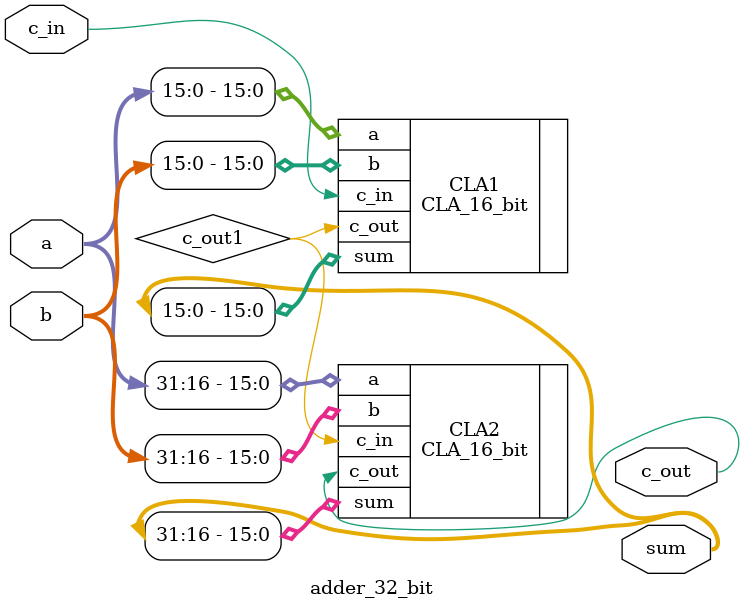
<source format=v>
`timescale 1ns / 1ps
/* 
    * Assignment - 6
    * Problem - 3
    * Semester - 5 (Autumn)
    * Group - 56
    * Group members - Utsav Mehta (20CS10069) and Vibhu (20CS10072)
*/

module adder_32_bit (
    input [31:0] a,
    input [31:0] b,
    input c_in,
    output [31:0] sum,
    output c_out
);

    wire c_out1;          
    
    CLA_16_bit CLA1 (.a(a[15:0]), .b(b[15:0]), .c_in(c_in), .sum(sum[15:0]), .c_out(c_out1));
    CLA_16_bit CLA2 (.a(a[31:16]), .b(b[31:16]), .c_in(c_out1), .sum(sum[31:16]), .c_out(c_out));
endmodule

</source>
